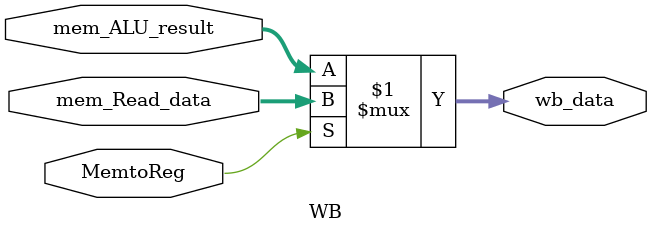
<source format=v>
module WB(
    input MemtoReg,
    input [31:0] mem_Read_data, mem_ALU_result,
    output [31:0] wb_data
    );
    
    assign wb_data = MemtoReg ? mem_Read_data : mem_ALU_result;
    
endmodule

</source>
